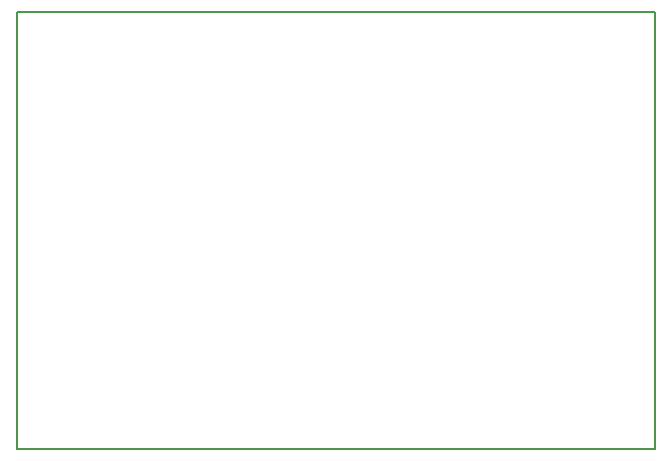
<source format=gbr>
G04 #@! TF.GenerationSoftware,KiCad,Pcbnew,5.0.1-33cea8e~68~ubuntu18.04.1*
G04 #@! TF.CreationDate,2018-10-27T22:05:29+03:00*
G04 #@! TF.ProjectId,BUS-BLASTER-AVR,4255532D424C41535445522D4156522E,v1.0*
G04 #@! TF.SameCoordinates,Original*
G04 #@! TF.FileFunction,Profile,NP*
%FSLAX46Y46*%
G04 Gerber Fmt 4.6, Leading zero omitted, Abs format (unit mm)*
G04 Created by KiCad (PCBNEW 5.0.1-33cea8e~68~ubuntu18.04.1) date la 27. lokakuuta 2018 22.05.29*
%MOMM*%
%LPD*%
G01*
G04 APERTURE LIST*
%ADD10C,0.150000*%
G04 APERTURE END LIST*
D10*
X48000000Y-50000000D02*
X102000000Y-50000000D01*
X102000000Y-87000000D02*
X102000000Y-50000000D01*
X48000000Y-87000000D02*
X102000000Y-87000000D01*
X48000000Y-50000000D02*
X48000000Y-87000000D01*
M02*

</source>
